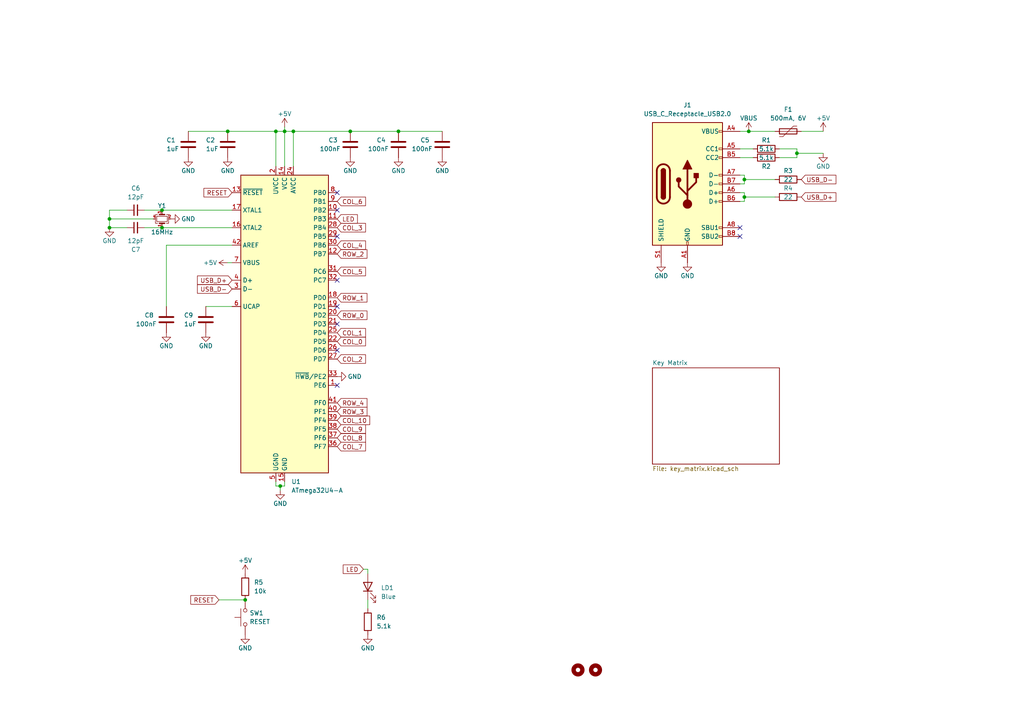
<source format=kicad_sch>
(kicad_sch (version 20230121) (generator eeschema)
  (paper "A4")
  (title_block (title "Miniboard") (rev "1.0") (comment 1 "MIT License (Open source hardware)"))
  (lib_symbols
    (symbol "Connector:USB_C_Receptacle_USB2.0" (pin_names (offset 1.016))
      (property "Reference" "J" (at -10.16 19.05 0))
      (property "Value" "USB_C_Receptacle_USB2.0" (at 19.05 19.05 0))
      (symbol "USB_C_Receptacle_USB2.0_0_0"
        (rectangle (start -0.254 -17.78) (end 0.254 -16.764))
        (rectangle (start 10.16 -14.986) (end 9.144 -15.494))
        (rectangle (start 10.16 -12.446) (end 9.144 -12.954))
        (rectangle (start 10.16 -4.826) (end 9.144 -5.334))
        (rectangle (start 10.16 -2.286) (end 9.144 -2.794))
        (rectangle (start 10.16 0.254) (end 9.144 -0.254))
        (rectangle (start 10.16 2.794) (end 9.144 2.286))
        (rectangle (start 10.16 7.874) (end 9.144 7.366))
        (rectangle (start 10.16 10.414) (end 9.144 9.906))
        (rectangle (start 10.16 15.494) (end 9.144 14.986))
      )
      (symbol "USB_C_Receptacle_USB2.0_0_1"
        (rectangle (start -10.16 17.78) (end 10.16 -17.78) (stroke (width 0.254)) (fill (type background)))
        (arc (start -8.89 -3.81) (mid -6.985 -5.7067) (end -5.08 -3.81) (stroke (width 0.508)))
        (arc (start -7.62 -3.81) (mid -6.985 -4.4423) (end -6.35 -3.81) (stroke (width 0.254)))
        (arc (start -7.62 -3.81) (mid -6.985 -4.4423) (end -6.35 -3.81) (stroke (width 0.254)) (fill (type outline)))
        (rectangle (start -7.62 -3.81) (end -6.35 3.81) (stroke (width 0.254)) (fill (type outline)))
        (arc (start -6.35 3.81) (mid -6.985 4.4423) (end -7.62 3.81) (stroke (width 0.254)))
        (arc (start -6.35 3.81) (mid -6.985 4.4423) (end -7.62 3.81) (stroke (width 0.254)) (fill (type outline)))
        (arc (start -5.08 3.81) (mid -6.985 5.7067) (end -8.89 3.81) (stroke (width 0.508)))
        (circle (center -2.54 1.143) (radius 0.635) (stroke (width 0.254)) (fill (type outline)))
        (circle (center 0 -5.842) (radius 1.27) (fill (type outline)))
        (polyline (pts (xy -8.89 -3.81) (xy -8.89 3.81)) (stroke (width 0.508)))
        (polyline (pts (xy -5.08 3.81) (xy -5.08 -3.81)) (stroke (width 0.508)))
        (polyline (pts (xy 0 -5.842) (xy 0 4.318)) (stroke (width 0.508)))
        (polyline (pts (xy 0 -3.302) (xy -2.54 -0.762) (xy -2.54 0.508)) (stroke (width 0.508)))
        (polyline (pts (xy 0 -2.032) (xy 2.54 0.508) (xy 2.54 1.778)) (stroke (width 0.508)))
        (polyline (pts (xy -1.27 4.318) (xy 0 6.858) (xy 1.27 4.318) (xy -1.27 4.318)) (stroke (width 0.254)) (fill (type outline)))
        (rectangle (start 1.905 1.778) (end 3.175 3.048) (stroke (width 0.254)) (fill (type outline)))
      )
      (symbol "USB_C_Receptacle_USB2.0_1_1"
        (pin passive line (at 0 -22.86 90) (length 5.08) (name "GND") (number "A1"))
        (pin passive line (at 0 -22.86 90) (length 5.08) hide (name "GND") (number "A12"))
        (pin passive line (at 15.24 15.24 180) (length 5.08) (name "VBUS") (number "A4"))
        (pin bidirectional line (at 15.24 10.16 180) (length 5.08) (name "CC1") (number "A5"))
        (pin bidirectional line (at 15.24 -2.54 180) (length 5.08) (name "D+") (number "A6"))
        (pin bidirectional line (at 15.24 2.54 180) (length 5.08) (name "D-") (number "A7"))
        (pin bidirectional line (at 15.24 -12.7 180) (length 5.08) (name "SBU1") (number "A8"))
        (pin passive line (at 15.24 15.24 180) (length 5.08) hide (name "VBUS") (number "A9"))
        (pin passive line (at 0 -22.86 90) (length 5.08) hide (name "GND") (number "B1"))
        (pin passive line (at 0 -22.86 90) (length 5.08) hide (name "GND") (number "B12"))
        (pin passive line (at 15.24 15.24 180) (length 5.08) hide (name "VBUS") (number "B4"))
        (pin bidirectional line (at 15.24 7.62 180) (length 5.08) (name "CC2") (number "B5"))
        (pin bidirectional line (at 15.24 -5.08 180) (length 5.08) (name "D+") (number "B6"))
        (pin bidirectional line (at 15.24 0 180) (length 5.08) (name "D-") (number "B7"))
        (pin bidirectional line (at 15.24 -15.24 180) (length 5.08) (name "SBU2") (number "B8"))
        (pin passive line (at 15.24 15.24 180) (length 5.08) hide (name "VBUS") (number "B9"))
        (pin passive line (at -7.62 -22.86 90) (length 5.08) (name "SHIELD") (number "S1"))
      )
    )
    (symbol "Device:C" (pin_numbers hide) (pin_names (offset 0.254))
      (property "Reference" "C" (at 0.635 2.54 0))
      (property "Value" "C" (at 0.635 -2.54 0))
      (symbol "C_0_1"
        (polyline (pts (xy -2.032 -0.762) (xy 2.032 -0.762)) (stroke (width 0.508)))
        (polyline (pts (xy -2.032 0.762) (xy 2.032 0.762)) (stroke (width 0.508)))
      )
      (symbol "C_1_1"
        (pin passive line (at 0 3.81 270) (length 2.794) (name "~") (number "1"))
        (pin passive line (at 0 -3.81 90) (length 2.794) (name "~") (number "2"))
      )
    )
    (symbol "Device:C_Small" (pin_numbers hide) (pin_names (offset 0.254) hide)
      (property "Reference" "C" (at 0.254 1.778 0))
      (property "Value" "C_Small" (at 0.254 -2.032 0))
      (symbol "C_Small_0_1"
        (polyline (pts (xy -1.524 -0.508) (xy 1.524 -0.508)) (stroke (width 0.3302)))
        (polyline (pts (xy -1.524 0.508) (xy 1.524 0.508)) (stroke (width 0.3048)))
      )
      (symbol "C_Small_1_1"
        (pin passive line (at 0 2.54 270) (length 2.032) (name "~") (number "1"))
        (pin passive line (at 0 -2.54 90) (length 2.032) (name "~") (number "2"))
      )
    )
    (symbol "Device:Crystal_GND24_Small" (pin_names (offset 1.016) hide)
      (property "Reference" "Y" (at 1.27 4.445 0))
      (property "Value" "Crystal_GND24_Small" (at 1.27 2.54 0))
      (symbol "Crystal_GND24_Small_0_1"
        (rectangle (start -0.762 -1.524) (end 0.762 1.524))
        (polyline (pts (xy -1.27 -0.762) (xy -1.27 0.762)) (stroke (width 0.381)))
        (polyline (pts (xy 1.27 -0.762) (xy 1.27 0.762)) (stroke (width 0.381)))
        (polyline (pts (xy -1.27 -1.27) (xy -1.27 -1.905) (xy 1.27 -1.905) (xy 1.27 -1.27)))
        (polyline (pts (xy -1.27 1.27) (xy -1.27 1.905) (xy 1.27 1.905) (xy 1.27 1.27)))
      )
      (symbol "Crystal_GND24_Small_1_1"
        (pin passive line (at -2.54 0 0) (length 1.27) (name "1") (number "1"))
        (pin passive line (at 0 -2.54 90) (length 0.635) (name "2") (number "2"))
        (pin passive line (at 2.54 0 180) (length 1.27) (name "3") (number "3"))
        (pin passive line (at 0 2.54 270) (length 0.635) (name "4") (number "4"))
      )
    )
    (symbol "Device:LED" (pin_numbers hide) (pin_names (offset 1.016) hide)
      (property "Reference" "D" (at 0 2.54 0))
      (property "Value" "LED" (at 0 -2.54 0))
      (symbol "LED_0_1"
        (polyline (pts (xy -1.27 -1.27) (xy -1.27 1.27)) (stroke (width 0.254)))
        (polyline (pts (xy -1.27 0) (xy 1.27 0)))
        (polyline (pts (xy 1.27 -1.27) (xy 1.27 1.27) (xy -1.27 0) (xy 1.27 -1.27)) (stroke (width 0.254)))
        (polyline (pts (xy -3.048 -0.762) (xy -4.572 -2.286) (xy -3.81 -2.286) (xy -4.572 -2.286) (xy -4.572 -1.524)))
        (polyline (pts (xy -1.778 -0.762) (xy -3.302 -2.286) (xy -2.54 -2.286) (xy -3.302 -2.286) (xy -3.302 -1.524)))
      )
      (symbol "LED_1_1"
        (pin passive line (at -3.81 0 0) (length 2.54) (name "K") (number "1"))
        (pin passive line (at 3.81 0 180) (length 2.54) (name "A") (number "2"))
      )
    )
    (symbol "Device:Polyfuse" (pin_numbers hide) (pin_names (offset 0))
      (property "Reference" "F" (at -2.54 0 90))
      (property "Value" "Polyfuse" (at 2.54 0 90))
      (symbol "Polyfuse_0_1"
        (rectangle (start -0.762 2.54) (end 0.762 -2.54) (stroke (width 0.254)))
        (polyline (pts (xy 0 2.54) (xy 0 -2.54)))
        (polyline (pts (xy -1.524 2.54) (xy -1.524 1.524) (xy 1.524 -1.524) (xy 1.524 -2.54)))
      )
      (symbol "Polyfuse_1_1"
        (pin passive line (at 0 3.81 270) (length 1.27) (name "~") (number "1"))
        (pin passive line (at 0 -3.81 90) (length 1.27) (name "~") (number "2"))
      )
    )
    (symbol "Device:R" (pin_numbers hide) (pin_names (offset 0))
      (property "Reference" "R" (at 2.032 0 90))
      (property "Value" "R" (at 0 0 90))
      (symbol "R_0_1"
        (rectangle (start -1.016 -2.54) (end 1.016 2.54) (stroke (width 0.254)))
      )
      (symbol "R_1_1"
        (pin passive line (at 0 3.81 270) (length 1.27) (name "~") (number "1"))
        (pin passive line (at 0 -3.81 90) (length 1.27) (name "~") (number "2"))
      )
    )
    (symbol "MCU_Microchip_ATmega:ATmega32U4-A"
      (property "Reference" "U" (at -12.7 44.45 0))
      (property "Value" "ATmega32U4-A" (at 2.54 -44.45 0))
      (symbol "ATmega32U4-A_0_1"
        (rectangle (start -12.7 -43.18) (end 12.7 43.18) (stroke (width 0.254)) (fill (type background)))
      )
      (symbol "ATmega32U4-A_1_1"
        (pin bidirectional line (at 15.24 -17.78 180) (length 2.54) (name "PE6") (number "1"))
        (pin bidirectional line (at 15.24 33.02 180) (length 2.54) (name "PB2") (number "10"))
        (pin bidirectional line (at 15.24 30.48 180) (length 2.54) (name "PB3") (number "11"))
        (pin bidirectional line (at 15.24 20.32 180) (length 2.54) (name "PB7") (number "12"))
        (pin input line (at -15.24 38.1 0) (length 2.54) (name "~{RESET}") (number "13"))
        (pin power_in line (at 0 45.72 270) (length 2.54) (name "VCC") (number "14"))
        (pin power_in line (at 0 -45.72 90) (length 2.54) (name "GND") (number "15"))
        (pin output line (at -15.24 27.94 0) (length 2.54) (name "XTAL2") (number "16"))
        (pin input line (at -15.24 33.02 0) (length 2.54) (name "XTAL1") (number "17"))
        (pin bidirectional line (at 15.24 7.62 180) (length 2.54) (name "PD0") (number "18"))
        (pin bidirectional line (at 15.24 5.08 180) (length 2.54) (name "PD1") (number "19"))
        (pin power_in line (at -2.54 45.72 270) (length 2.54) (name "UVCC") (number "2"))
        (pin bidirectional line (at 15.24 2.54 180) (length 2.54) (name "PD2") (number "20"))
        (pin bidirectional line (at 15.24 0 180) (length 2.54) (name "PD3") (number "21"))
        (pin bidirectional line (at 15.24 -5.08 180) (length 2.54) (name "PD5") (number "22"))
        (pin passive line (at 0 -45.72 90) (length 2.54) hide (name "GND") (number "23"))
        (pin power_in line (at 2.54 45.72 270) (length 2.54) (name "AVCC") (number "24"))
        (pin bidirectional line (at 15.24 -2.54 180) (length 2.54) (name "PD4") (number "25"))
        (pin bidirectional line (at 15.24 -7.62 180) (length 2.54) (name "PD6") (number "26"))
        (pin bidirectional line (at 15.24 -10.16 180) (length 2.54) (name "PD7") (number "27"))
        (pin bidirectional line (at 15.24 27.94 180) (length 2.54) (name "PB4") (number "28"))
        (pin bidirectional line (at 15.24 25.4 180) (length 2.54) (name "PB5") (number "29"))
        (pin bidirectional line (at -15.24 10.16 0) (length 2.54) (name "D-") (number "3"))
        (pin bidirectional line (at 15.24 22.86 180) (length 2.54) (name "PB6") (number "30"))
        (pin bidirectional line (at 15.24 15.24 180) (length 2.54) (name "PC6") (number "31"))
        (pin bidirectional line (at 15.24 12.7 180) (length 2.54) (name "PC7") (number "32"))
        (pin bidirectional line (at 15.24 -15.24 180) (length 2.54) (name "~{HWB}/PE2") (number "33"))
        (pin passive line (at 0 45.72 270) (length 2.54) hide (name "VCC") (number "34"))
        (pin passive line (at 0 -45.72 90) (length 2.54) hide (name "GND") (number "35"))
        (pin bidirectional line (at 15.24 -35.56 180) (length 2.54) (name "PF7") (number "36"))
        (pin bidirectional line (at 15.24 -33.02 180) (length 2.54) (name "PF6") (number "37"))
        (pin bidirectional line (at 15.24 -30.48 180) (length 2.54) (name "PF5") (number "38"))
        (pin bidirectional line (at 15.24 -27.94 180) (length 2.54) (name "PF4") (number "39"))
        (pin bidirectional line (at -15.24 12.7 0) (length 2.54) (name "D+") (number "4"))
        (pin bidirectional line (at 15.24 -25.4 180) (length 2.54) (name "PF1") (number "40"))
        (pin bidirectional line (at 15.24 -22.86 180) (length 2.54) (name "PF0") (number "41"))
        (pin passive line (at -15.24 22.86 0) (length 2.54) (name "AREF") (number "42"))
        (pin passive line (at 0 -45.72 90) (length 2.54) hide (name "GND") (number "43"))
        (pin passive line (at 2.54 45.72 270) (length 2.54) hide (name "AVCC") (number "44"))
        (pin passive line (at -2.54 -45.72 90) (length 2.54) (name "UGND") (number "5"))
        (pin passive line (at -15.24 5.08 0) (length 2.54) (name "UCAP") (number "6"))
        (pin input line (at -15.24 17.78 0) (length 2.54) (name "VBUS") (number "7"))
        (pin bidirectional line (at 15.24 38.1 180) (length 2.54) (name "PB0") (number "8"))
        (pin bidirectional line (at 15.24 35.56 180) (length 2.54) (name "PB1") (number "9"))
      )
    )
    (symbol "Mechanical:MountingHole" (pin_names (offset 1.016))
      (property "Reference" "H" (at 0 5.08 0))
      (property "Value" "MountingHole" (at 0 3.175 0))
      (symbol "MountingHole_0_1"
        (circle (center 0 0) (radius 1.27) (stroke (width 1.27)))
      )
    )
    (symbol "Switch:SW_Push" (pin_numbers hide) (pin_names (offset 1.016) hide)
      (property "Reference" "SW" (at 1.27 2.54 0))
      (property "Value" "SW_Push" (at 0 -1.524 0))
      (symbol "SW_Push_0_1"
        (circle (center -2.032 0) (radius 0.508))
        (polyline (pts (xy 0 1.27) (xy 0 3.048)))
        (polyline (pts (xy 2.54 1.27) (xy -2.54 1.27)))
        (circle (center 2.032 0) (radius 0.508))
        (pin passive line (at -5.08 0 0) (length 2.54) (name "1") (number "1"))
        (pin passive line (at 5.08 0 180) (length 2.54) (name "2") (number "2"))
      )
    )
    (symbol "power:+5V" (power) (pin_names (offset 0))
      (property "Value" "+5V" (at 0 3.556 0))
      (symbol "+5V_0_1"
        (polyline (pts (xy -0.762 1.27) (xy 0 2.54)))
        (polyline (pts (xy 0 0) (xy 0 2.54)))
        (polyline (pts (xy 0 2.54) (xy 0.762 1.27)))
      )
      (symbol "+5V_1_1"
        (pin power_in line (at 0 0 90) (length 0) hide (name "+5V") (number "1"))
      )
    )
    (symbol "power:GND" (power) (pin_names (offset 0))
      (property "Value" "GND" (at 0 -3.81 0))
      (symbol "GND_0_1"
        (polyline (pts (xy 0 0) (xy 0 -1.27) (xy 1.27 -1.27) (xy 0 -2.54) (xy -1.27 -1.27) (xy 0 -1.27)))
      )
      (symbol "GND_1_1"
        (pin power_in line (at 0 0 270) (length 0) hide (name "GND") (number "1"))
      )
    )
    (symbol "power:VBUS" (power) (pin_names (offset 0))
      (property "Value" "VBUS" (at 0 3.81 0))
      (symbol "VBUS_0_1"
        (polyline (pts (xy -0.762 1.27) (xy 0 2.54)))
        (polyline (pts (xy 0 0) (xy 0 2.54)))
        (polyline (pts (xy 0 2.54) (xy 0.762 1.27)))
      )
      (symbol "VBUS_1_1"
        (pin power_in line (at 0 0 90) (length 0) hide (name "VBUS") (number "1"))
      )
    )
  )
  (junction (at 85.09 38.1))
  (junction (at 31.75 66.04))
  (junction (at 81.28 140.97))
  (junction (at 101.6 38.1))
  (junction (at 66.04 38.1))
  (junction (at 215.9 57.15))
  (junction (at 31.75 63.5))
  (junction (at 217.17 38.1))
  (junction (at 82.55 38.1))
  (junction (at 80.01 38.1))
  (junction (at 115.57 38.1))
  (junction (at 71.12 173.99))
  (junction (at 215.9 52.07))
  (junction (at 46.99 60.96))
  (junction (at 231.14 44.45))
  (junction (at 46.99 66.04))
  (no_connect (at 97.79 68.58))
  (no_connect (at 214.63 68.58))
  (no_connect (at 97.79 88.9))
  (no_connect (at 97.79 55.88))
  (no_connect (at 97.79 101.6))
  (no_connect (at 214.63 66.04))
  (no_connect (at 97.79 60.96))
  (no_connect (at 97.79 111.76))
  (no_connect (at 97.79 93.98))
  (no_connect (at 97.79 81.28))
  (wire (pts (xy 85.09 48.26) (xy 85.09 38.1)))
  (wire (pts (xy 46.99 66.04) (xy 67.31 66.04)))
  (wire (pts (xy 231.14 45.72) (xy 226.06 45.72)))
  (wire (pts (xy 59.69 88.9) (xy 67.31 88.9)))
  (wire (pts (xy 214.63 38.1) (xy 217.17 38.1)))
  (wire (pts (xy 48.26 71.12) (xy 48.26 88.9)))
  (wire (pts (xy 82.55 140.97) (xy 81.28 140.97)))
  (wire (pts (xy 238.76 38.1) (xy 232.41 38.1)))
  (wire (pts (xy 31.75 63.5) (xy 31.75 66.04)))
  (wire (pts (xy 215.9 52.07) (xy 215.9 53.34)))
  (wire (pts (xy 214.63 45.72) (xy 218.44 45.72)))
  (wire (pts (xy 106.68 166.37) (xy 106.68 165.1)))
  (wire (pts (xy 46.99 60.96) (xy 67.31 60.96)))
  (wire (pts (xy 215.9 53.34) (xy 214.63 53.34)))
  (wire (pts (xy 80.01 140.97) (xy 81.28 140.97)))
  (wire (pts (xy 231.14 43.18) (xy 231.14 44.45)))
  (wire (pts (xy 82.55 48.26) (xy 82.55 38.1)))
  (wire (pts (xy 80.01 139.7) (xy 80.01 140.97)))
  (wire (pts (xy 82.55 38.1) (xy 85.09 38.1)))
  (wire (pts (xy 215.9 50.8) (xy 215.9 52.07)))
  (wire (pts (xy 215.9 55.88) (xy 215.9 57.15)))
  (wire (pts (xy 31.75 60.96) (xy 31.75 63.5)))
  (wire (pts (xy 54.61 38.1) (xy 66.04 38.1)))
  (wire (pts (xy 231.14 44.45) (xy 231.14 45.72)))
  (wire (pts (xy 63.5 173.99) (xy 71.12 173.99)))
  (wire (pts (xy 218.44 43.18) (xy 214.63 43.18)))
  (wire (pts (xy 82.55 139.7) (xy 82.55 140.97)))
  (wire (pts (xy 231.14 44.45) (xy 238.76 44.45)))
  (wire (pts (xy 31.75 66.04) (xy 36.83 66.04)))
  (wire (pts (xy 80.01 38.1) (xy 80.01 48.26)))
  (wire (pts (xy 115.57 38.1) (xy 128.27 38.1)))
  (wire (pts (xy 67.31 71.12) (xy 48.26 71.12)))
  (wire (pts (xy 85.09 38.1) (xy 101.6 38.1)))
  (wire (pts (xy 82.55 36.83) (xy 82.55 38.1)))
  (wire (pts (xy 214.63 50.8) (xy 215.9 50.8)))
  (wire (pts (xy 106.68 176.53) (xy 106.68 173.99)))
  (wire (pts (xy 41.91 66.04) (xy 46.99 66.04)))
  (wire (pts (xy 31.75 63.5) (xy 44.45 63.5)))
  (wire (pts (xy 215.9 52.07) (xy 224.79 52.07)))
  (wire (pts (xy 214.63 55.88) (xy 215.9 55.88)))
  (wire (pts (xy 231.14 43.18) (xy 226.06 43.18)))
  (wire (pts (xy 105.41 165.1) (xy 106.68 165.1)))
  (wire (pts (xy 66.04 76.2) (xy 67.31 76.2)))
  (wire (pts (xy 80.01 38.1) (xy 82.55 38.1)))
  (wire (pts (xy 224.79 38.1) (xy 217.17 38.1)))
  (wire (pts (xy 215.9 57.15) (xy 224.79 57.15)))
  (wire (pts (xy 215.9 57.15) (xy 215.9 58.42)))
  (wire (pts (xy 214.63 58.42) (xy 215.9 58.42)))
  (wire (pts (xy 41.91 60.96) (xy 46.99 60.96)))
  (wire (pts (xy 31.75 60.96) (xy 36.83 60.96)))
  (wire (pts (xy 81.28 142.24) (xy 81.28 140.97)))
  (wire (pts (xy 66.04 38.1) (xy 80.01 38.1)))
  (wire (pts (xy 101.6 38.1) (xy 115.57 38.1)))
  (global_label "ROW_4" (shape input) (at 97.79 116.84 0) (property "Intersheetrefs" "${INTERSHEET_REFS}" (effects hide)))
  (global_label "COL_10" (shape input) (at 97.79 121.92 0) (property "Intersheetrefs" "${INTERSHEET_REFS}" (effects hide)))
  (global_label "COL_1" (shape input) (at 97.79 96.52 0) (property "Intersheetrefs" "${INTERSHEET_REFS}" (effects hide)))
  (global_label "ROW_0" (shape input) (at 97.79 91.44 0) (property "Intersheetrefs" "${INTERSHEET_REFS}" (effects hide)))
  (global_label "COL_6" (shape input) (at 97.79 58.42 0) (property "Intersheetrefs" "${INTERSHEET_REFS}" (effects hide)))
  (global_label "ROW_3" (shape input) (at 97.79 119.38 0) (property "Intersheetrefs" "${INTERSHEET_REFS}" (effects hide)))
  (global_label "COL_2" (shape input) (at 97.79 104.14 0) (property "Intersheetrefs" "${INTERSHEET_REFS}" (effects hide)))
  (global_label "LED" (shape input) (at 97.79 63.5 0) (property "Intersheetrefs" "${INTERSHEET_REFS}" (effects hide)))
  (global_label "LED" (shape input) (at 105.41 165.1 180) (property "Intersheetrefs" "${INTERSHEET_REFS}" (effects hide)))
  (global_label "COL_9" (shape input) (at 97.79 124.46 0) (property "Intersheetrefs" "${INTERSHEET_REFS}" (effects hide)))
  (global_label "COL_4" (shape input) (at 97.79 71.12 0) (property "Intersheetrefs" "${INTERSHEET_REFS}" (effects hide)))
  (global_label "ROW_2" (shape input) (at 97.79 73.66 0) (property "Intersheetrefs" "${INTERSHEET_REFS}" (effects hide)))
  (global_label "RESET" (shape input) (at 67.31 55.88 180) (property "Intersheetrefs" "${INTERSHEET_REFS}" (effects hide)))
  (global_label "COL_3" (shape input) (at 97.79 66.04 0) (property "Intersheetrefs" "${INTERSHEET_REFS}" (effects hide)))
  (global_label "COL_7" (shape input) (at 97.79 129.54 0) (property "Intersheetrefs" "${INTERSHEET_REFS}" (effects hide)))
  (global_label "USB_D-" (shape input) (at 67.31 83.82 180) (property "Intersheetrefs" "${INTERSHEET_REFS}" (effects hide)))
  (global_label "COL_5" (shape input) (at 97.79 78.74 0) (property "Intersheetrefs" "${INTERSHEET_REFS}" (effects hide)))
  (global_label "COL_0" (shape input) (at 97.79 99.06 0) (property "Intersheetrefs" "${INTERSHEET_REFS}" (effects hide)))
  (global_label "USB_D+" (shape input) (at 67.31 81.28 180) (property "Intersheetrefs" "${INTERSHEET_REFS}" (effects hide)))
  (global_label "USB_D+" (shape input) (at 232.41 57.15 0) (property "Intersheetrefs" "${INTERSHEET_REFS}" (effects hide)))
  (global_label "COL_8" (shape input) (at 97.79 127 0) (property "Intersheetrefs" "${INTERSHEET_REFS}" (effects hide)))
  (global_label "RESET" (shape input) (at 63.5 173.99 180) (property "Intersheetrefs" "${INTERSHEET_REFS}" (effects hide)))
  (global_label "USB_D-" (shape input) (at 232.41 52.07 0) (property "Intersheetrefs" "${INTERSHEET_REFS}" (effects hide)))
  (global_label "ROW_1" (shape input) (at 97.79 86.36 0) (property "Intersheetrefs" "${INTERSHEET_REFS}" (effects hide)))
  (symbol (lib_id "Device:C") (at 115.57 41.91 0) (unit 1)
    (property "Reference" "C4" (at 109.22 40.64 0) (effects (justify left)))
    (property "Value" "100nF" (at 106.68 43.18 0) (effects (justify left)))
    (property "Footprint" "Capacitor_SMD:C_0402_1005Metric" (effects hide))
  )
  (symbol (lib_id "Device:C") (at 66.04 41.91 0) (unit 1)
    (property "Reference" "C2" (at 59.69 40.64 0) (effects (justify left)))
    (property "Value" "1uF" (at 59.69 43.18 0) (effects (justify left)))
    (property "Footprint" "Capacitor_SMD:C_0402_1005Metric" (effects hide))
  )
  (symbol (lib_id "Mechanical:MountingHole") (at 172.72 194.31 0) (unit 1) (in_bom no)
    (property "Reference" "H2" (effects hide))
    (property "Value" "MountingHole" (effects hide))
    (property "Footprint" "Miniboard:MountingHole" (effects hide))
  )
  (symbol (lib_id "Device:R") (at 71.12 170.18 0) (unit 1)
    (property "Reference" "R5" (at 73.66 168.91 0) (effects (justify left)))
    (property "Value" "10k" (at 73.66 171.45 0) (effects (justify left)))
    (property "Footprint" "Resistor_SMD:R_0402_1005Metric" (effects hide))
  )
  (symbol (lib_id "power:GND") (at 106.68 184.15 0) (unit 1)
    (property "Reference" "#PWR021" (effects hide))
    (property "Value" "GND" (at 106.68 187.96 0))
  )
  (symbol (lib_id "Mechanical:MountingHole") (at 167.64 194.31 0) (unit 1) (in_bom no)
    (property "Reference" "H1" (effects hide))
    (property "Value" "MountingHole" (effects hide))
    (property "Footprint" "MountingHole:MountingHole_2.2mm_M2_DIN965_Pad" (effects hide))
  )
  (symbol (lib_id "power:+5V") (at 71.12 166.37 0) (unit 1)
    (property "Reference" "#PWR019" (effects hide))
    (property "Value" "+5V" (at 71.12 162.56 0))
  )
  (symbol (lib_id "power:VBUS") (at 217.17 38.1 0) (unit 1)
    (property "Reference" "#PWR02" (effects hide))
    (property "Value" "VBUS" (at 217.17 34.29 0))
  )
  (symbol (lib_id "power:GND") (at 101.6 45.72 0) (unit 1)
    (property "Reference" "#PWR07" (effects hide))
    (property "Value" "GND" (at 101.6 49.53 0))
  )
  (symbol (lib_id "Device:C_Small") (at 39.37 66.04 90) (mirror x) (unit 1)
    (property "Reference" "C7" (at 39.3763 72.39 90))
    (property "Value" "12pF" (at 39.3763 69.85 90))
    (property "Footprint" "Capacitor_SMD:C_0402_1005Metric" (effects hide))
  )
  (symbol (lib_id "power:GND") (at 66.04 45.72 0) (unit 1)
    (property "Reference" "#PWR06" (effects hide))
    (property "Value" "GND" (at 66.04 49.53 0))
  )
  (symbol (lib_id "Device:C_Small") (at 39.37 60.96 90) (unit 1)
    (property "Reference" "C6" (at 39.3763 54.61 90))
    (property "Value" "12pF" (at 39.3763 57.15 90))
    (property "Footprint" "Capacitor_SMD:C_0402_1005Metric" (effects hide))
  )
  (symbol (lib_id "power:GND") (at 48.26 96.52 0) (unit 1)
    (property "Reference" "#PWR015" (effects hide))
    (property "Value" "GND" (at 48.26 100.33 0))
  )
  (symbol (lib_id "power:GND") (at 54.61 45.72 0) (unit 1)
    (property "Reference" "#PWR05" (effects hide))
    (property "Value" "GND" (at 54.61 49.53 0))
  )
  (symbol (lib_id "power:+5V") (at 238.76 38.1 0) (unit 1)
    (property "Reference" "#PWR03" (effects hide))
    (property "Value" "+5V" (at 238.76 34.29 0))
  )
  (symbol (lib_id "power:GND") (at 81.28 142.24 0) (unit 1)
    (property "Reference" "#PWR018" (effects hide))
    (property "Value" "GND" (at 81.28 146.05 0))
  )
  (symbol (lib_id "Device:R") (at 228.6 57.15 90) (unit 1)
    (property "Reference" "R4" (at 228.6 54.61 90))
    (property "Value" "22" (at 228.6 57.15 90))
    (property "Footprint" "Resistor_SMD:R_0402_1005Metric" (effects hide))
    (property "MFR. Part #" "0402WGF5101TCE" (effects hide))
    (property "LCSC" "C25905" (effects hide))
  )
  (symbol (lib_id "Device:R") (at 228.6 52.07 90) (unit 1)
    (property "Reference" "R3" (at 228.6 49.53 90))
    (property "Value" "22" (at 228.6 52.07 90))
    (property "Footprint" "Resistor_SMD:R_0402_1005Metric" (effects hide))
    (property "MFR. Part #" "0402WGF5101TCE" (effects hide))
    (property "LCSC" "C25905" (effects hide))
  )
  (symbol (lib_id "Switch:SW_Push") (at 71.12 179.07 90) (unit 1)
    (property "Reference" "SW1" (at 72.39 177.8 90) (effects (justify right)))
    (property "Value" "RESET" (at 72.39 180.34 90) (effects (justify right)))
    (property "Footprint" "Button_Switch_SMD:SW_SPST_B3U-1000P" (effects hide))
  )
  (symbol (lib_id "power:+5V") (at 82.55 36.83 0) (unit 1)
    (property "Reference" "#PWR01" (effects hide))
    (property "Value" "+5V" (at 82.55 33.02 0))
  )
  (symbol (lib_id "power:GND") (at 115.57 45.72 0) (unit 1)
    (property "Reference" "#PWR08" (effects hide))
    (property "Value" "GND" (at 115.57 49.53 0))
  )
  (symbol (lib_id "Device:R") (at 222.25 45.72 90) (unit 1)
    (property "Reference" "R2" (at 222.25 48.26 90))
    (property "Value" "5.1k" (at 222.25 45.72 90))
    (property "Footprint" "Resistor_SMD:R_0402_1005Metric" (effects hide))
    (property "MFR. Part #" "0402WGF5101TCE" (effects hide))
    (property "LCSC" "C25905" (effects hide))
  )
  (symbol (lib_id "power:GND") (at 238.76 44.45 0) (unit 1)
    (property "Reference" "#PWR04" (effects hide))
    (property "Value" "GND" (at 238.76 48.26 0))
  )
  (symbol (lib_id "power:GND") (at 71.12 184.15 0) (unit 1)
    (property "Reference" "#PWR020" (effects hide))
    (property "Value" "GND" (at 71.12 187.96 0))
  )
  (symbol (lib_id "power:GND") (at 97.79 109.22 90) (unit 1)
    (property "Reference" "#PWR017" (effects hide))
    (property "Value" "GND" (at 102.87 109.22 90))
  )
  (symbol (lib_id "Device:C") (at 101.6 41.91 0) (unit 1)
    (property "Reference" "C3" (at 95.25 40.64 0) (effects (justify left)))
    (property "Value" "100nF" (at 92.71 43.18 0) (effects (justify left)))
    (property "Footprint" "Capacitor_SMD:C_0402_1005Metric" (effects hide))
  )
  (symbol (lib_id "Device:C") (at 128.27 41.91 0) (unit 1)
    (property "Reference" "C5" (at 121.92 40.64 0) (effects (justify left)))
    (property "Value" "100nF" (at 119.38 43.18 0) (effects (justify left)))
    (property "Footprint" "Capacitor_SMD:C_0402_1005Metric" (effects hide))
  )
  (symbol (lib_id "Connector:USB_C_Receptacle_USB2.0") (at 199.39 53.34 0) (unit 1)
    (property "Reference" "J1" (at 199.39 30.48 0))
    (property "Value" "USB_C_Receptacle_USB2.0" (at 199.39 33.02 0))
    (property "Footprint" "Connector_USB:USB_C_Receptacle_HRO_TYPE-C-31-M-12" (effects hide))
    (property "Datasheet" "https://www.usb.org/sites/default/files/documents/usb_type-c.zip" (effects hide))
    (property "MFR. Part #" "TYPE-C-31-M-12" (effects hide))
    (property "LCSC" "C165948" (effects hide))
  )
  (symbol (lib_id "MCU_Microchip_ATmega:ATmega32U4-A") (at 82.55 93.98 0) (unit 1)
    (property "Reference" "U1" (at 84.5059 139.7 0) (effects (justify left)))
    (property "Value" "ATmega32U4-A" (at 84.5059 142.24 0) (effects (justify left)))
    (property "Footprint" "Package_QFP:TQFP-44_10x10mm_P0.8mm" (effects hide))
    (property "Datasheet" "http://ww1.microchip.com/downloads/en/DeviceDoc/Atmel-7766-8-bit-AVR-ATmega16U4-32U4_Datasheet.pdf" (effects hide))
  )
  (symbol (lib_id "power:GND") (at 31.75 66.04 0) (unit 1)
    (property "Reference" "#PWR011" (effects hide))
    (property "Value" "GND" (at 31.75 69.85 0))
  )
  (symbol (lib_id "power:GND") (at 191.77 76.2 0) (unit 1)
    (property "Reference" "#PWR013" (effects hide))
    (property "Value" "GND" (at 191.77 80.01 0))
  )
  (symbol (lib_id "Device:LED") (at 106.68 170.18 90) (unit 1)
    (property "Reference" "LD1" (at 110.49 170.4974 90) (effects (justify right)))
    (property "Value" "Blue" (at 110.49 173.0374 90) (effects (justify right)))
    (property "Footprint" "LED_SMD:LED_0603_1608Metric" (effects hide))
    (property "LCSC" "C72043" (effects hide))
    (property "MFR. Part #" "19-217/GHC-YR1S2/3T" (effects hide))
  )
  (symbol (lib_id "Device:Crystal_GND24_Small") (at 46.99 63.5 90) (unit 1)
    (property "Reference" "Y1" (at 46.99 59.69 90))
    (property "Value" "16MHz" (at 46.99 67.31 90))
    (property "Footprint" "Crystal:Crystal_SMD_3225-4Pin_3.2x2.5mm" (effects hide))
  )
  (symbol (lib_id "power:GND") (at 49.53 63.5 90) (unit 1)
    (property "Reference" "#PWR010" (effects hide))
    (property "Value" "GND" (at 54.61 63.5 90))
  )
  (symbol (lib_id "Device:Polyfuse") (at 228.6 38.1 90) (unit 1)
    (property "Reference" "F1" (at 228.6 31.75 90))
    (property "Value" "500mA, 6V" (at 228.6 34.29 90))
    (property "Footprint" "Fuse:Fuse_0805_2012Metric" (effects hide))
    (property "MFR. Part #" "SMD0805B050TF" (effects hide))
    (property "LCSC" "C269104" (effects hide))
  )
  (symbol (lib_id "Device:R") (at 106.68 180.34 0) (mirror y) (unit 1)
    (property "Reference" "R6" (at 109.22 179.07 0) (effects (justify right)))
    (property "Value" "5.1k" (at 109.22 181.61 0) (effects (justify right)))
    (property "Footprint" "Resistor_SMD:R_0402_1005Metric" (effects hide))
    (property "MFR. Part #" "0402WGF1001TCE " (effects hide))
    (property "LCSC" "C11702" (effects hide))
  )
  (symbol (lib_id "power:GND") (at 59.69 96.52 0) (unit 1)
    (property "Reference" "#PWR016" (effects hide))
    (property "Value" "GND" (at 59.69 100.33 0))
  )
  (symbol (lib_id "power:GND") (at 199.39 76.2 0) (unit 1)
    (property "Reference" "#PWR014" (effects hide))
    (property "Value" "GND" (at 199.39 80.01 0))
  )
  (symbol (lib_id "Device:C") (at 59.69 92.71 0) (unit 1)
    (property "Reference" "C9" (at 53.34 91.44 0) (effects (justify left)))
    (property "Value" "1uF" (at 53.34 93.98 0) (effects (justify left)))
    (property "Footprint" "Capacitor_SMD:C_0402_1005Metric" (effects hide))
  )
  (symbol (lib_id "Device:C") (at 48.26 92.71 0) (unit 1)
    (property "Reference" "C8" (at 41.91 91.44 0) (effects (justify left)))
    (property "Value" "100nF" (at 39.37 93.98 0) (effects (justify left)))
    (property "Footprint" "Capacitor_SMD:C_0402_1005Metric" (effects hide))
  )
  (symbol (lib_id "Device:R") (at 222.25 43.18 90) (unit 1)
    (property "Reference" "R1" (at 222.25 40.64 90))
    (property "Value" "5.1k" (at 222.25 43.18 90))
    (property "Footprint" "Resistor_SMD:R_0402_1005Metric" (effects hide))
    (property "MFR. Part #" "0402WGF5101TCE" (effects hide))
    (property "LCSC" "C25905" (effects hide))
  )
  (symbol (lib_id "Device:C") (at 54.61 41.91 0) (unit 1)
    (property "Reference" "C1" (at 48.26 40.64 0) (effects (justify left)))
    (property "Value" "1uF" (at 48.26 43.18 0) (effects (justify left)))
    (property "Footprint" "Capacitor_SMD:C_0402_1005Metric" (effects hide))
  )
  (symbol (lib_id "power:+5V") (at 66.04 76.2 90) (unit 1)
    (property "Reference" "#PWR012" (effects hide))
    (property "Value" "+5V" (at 60.96 76.2 90))
  )
  (symbol (lib_id "power:GND") (at 128.27 45.72 0) (unit 1)
    (property "Reference" "#PWR09" (effects hide))
    (property "Value" "GND" (at 128.27 49.53 0))
  )
  (sheet (at 189.23 106.68) (size 36.83 27.94) (stroke (width 0.1524))
    (property "Sheetname" "Key Matrix" (at 189.23 105.9684 0) (effects (justify left bottom)))
    (property "Sheetfile" "key_matrix.kicad_sch" (at 189.23 135.2046 0) (effects (justify left top)))
  )
)
</source>
